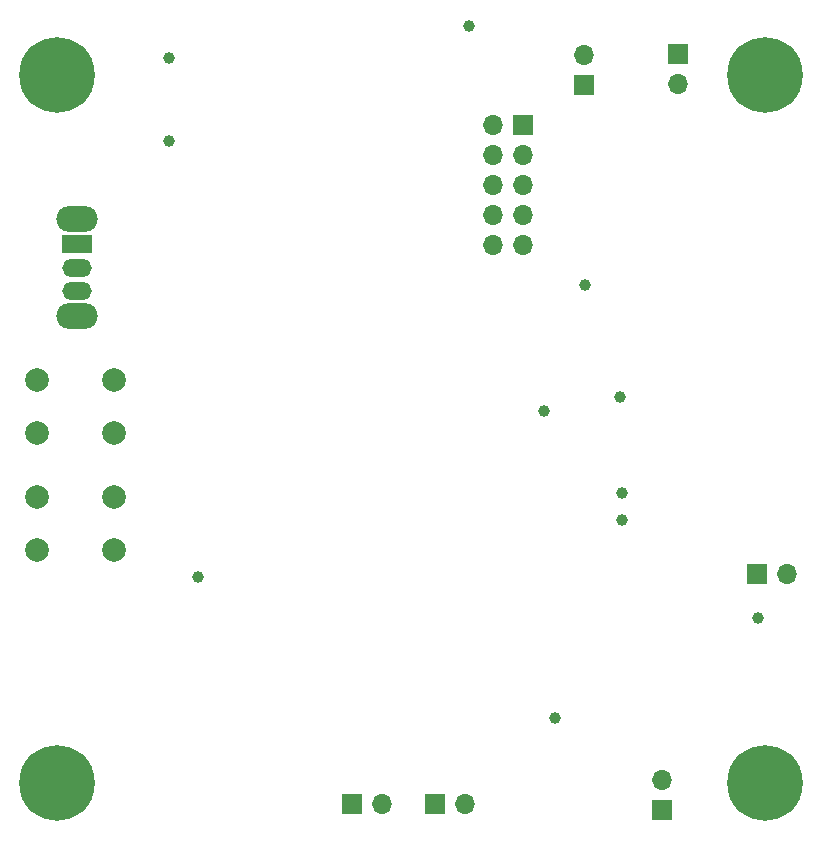
<source format=gbr>
%TF.GenerationSoftware,KiCad,Pcbnew,8.0.3-8.0.3-0~ubuntu22.04.1*%
%TF.CreationDate,2024-06-17T20:55:49-07:00*%
%TF.ProjectId,A1-FlightComputer,41312d46-6c69-4676-9874-436f6d707574,rev?*%
%TF.SameCoordinates,Original*%
%TF.FileFunction,Soldermask,Bot*%
%TF.FilePolarity,Negative*%
%FSLAX46Y46*%
G04 Gerber Fmt 4.6, Leading zero omitted, Abs format (unit mm)*
G04 Created by KiCad (PCBNEW 8.0.3-8.0.3-0~ubuntu22.04.1) date 2024-06-17 20:55:49*
%MOMM*%
%LPD*%
G01*
G04 APERTURE LIST*
%ADD10C,1.000000*%
%ADD11C,6.400000*%
%ADD12R,1.700000X1.700000*%
%ADD13O,1.700000X1.700000*%
%ADD14C,2.000000*%
%ADD15O,3.500000X2.200000*%
%ADD16R,2.500000X1.500000*%
%ADD17O,2.500000X1.500000*%
G04 APERTURE END LIST*
D10*
%TO.C,TP204*%
X137150000Y-47800000D03*
%TD*%
%TO.C,TP401*%
X162486800Y-45106000D03*
%TD*%
%TO.C,TP206*%
X187000000Y-95200000D03*
%TD*%
%TO.C,TP402*%
X172310000Y-67005600D03*
%TD*%
%TO.C,TP201*%
X175449200Y-84614000D03*
%TD*%
D11*
%TO.C,H104*%
X127678000Y-109200000D03*
%TD*%
D10*
%TO.C,TP207*%
X139550000Y-91775000D03*
%TD*%
D12*
%TO.C,J301*%
X178875000Y-111450000D03*
D13*
X178875000Y-108910000D03*
%TD*%
D10*
%TO.C,TP205*%
X175300000Y-76500000D03*
%TD*%
D14*
%TO.C,SW202*%
X125950000Y-84937600D03*
X132450000Y-84937600D03*
X125950000Y-89437600D03*
X132450000Y-89437600D03*
%TD*%
D12*
%TO.C,J302*%
X186875000Y-91485000D03*
D13*
X189415000Y-91485000D03*
%TD*%
D10*
%TO.C,TP208*%
X168859200Y-77673200D03*
%TD*%
D15*
%TO.C,SW203*%
X129350000Y-61450000D03*
X129350000Y-69650000D03*
D16*
X129350000Y-63550000D03*
D17*
X129350000Y-65550000D03*
X129350000Y-67550000D03*
%TD*%
D10*
%TO.C,TP203*%
X169800000Y-103650000D03*
%TD*%
D12*
%TO.C,J202*%
X152660000Y-111000000D03*
D13*
X155200000Y-111000000D03*
%TD*%
D11*
%TO.C,H103*%
X187622000Y-109200000D03*
%TD*%
D12*
%TO.C,J201*%
X159660000Y-111000000D03*
D13*
X162200000Y-111000000D03*
%TD*%
D14*
%TO.C,SW201*%
X132450000Y-79552800D03*
X125950000Y-79552800D03*
X132450000Y-75052800D03*
X125950000Y-75052800D03*
%TD*%
D10*
%TO.C,TP202*%
X175500000Y-86900000D03*
%TD*%
D11*
%TO.C,H102*%
X187622000Y-49256000D03*
%TD*%
D12*
%TO.C,J203*%
X167100000Y-53480000D03*
D13*
X164560000Y-53480000D03*
X167100000Y-56020000D03*
X164560000Y-56020000D03*
X167100000Y-58560000D03*
X164560000Y-58560000D03*
X167100000Y-61100000D03*
X164560000Y-61100000D03*
X167100000Y-63640000D03*
X164560000Y-63640000D03*
%TD*%
D12*
%TO.C,J401*%
X172239400Y-50071000D03*
D13*
X172239400Y-47531000D03*
%TD*%
D11*
%TO.C,H101*%
X127678000Y-49256000D03*
%TD*%
D12*
%TO.C,SW401*%
X180200000Y-47460000D03*
D13*
X180200000Y-50000000D03*
%TD*%
D10*
%TO.C,TP403*%
X137100000Y-54850000D03*
%TD*%
M02*

</source>
